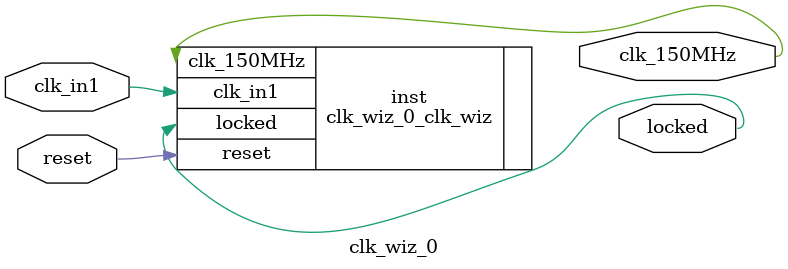
<source format=v>


`timescale 1ps/1ps

(* CORE_GENERATION_INFO = "clk_wiz_0,clk_wiz_v6_0_13_0_0,{component_name=clk_wiz_0,use_phase_alignment=true,use_min_o_jitter=false,use_max_i_jitter=false,use_dyn_phase_shift=false,use_inclk_switchover=false,use_dyn_reconfig=false,enable_axi=0,feedback_source=FDBK_AUTO,PRIMITIVE=PLL,num_out_clk=1,clkin1_period=10.000,clkin2_period=10.000,use_power_down=false,use_reset=true,use_locked=true,use_inclk_stopped=false,feedback_type=SINGLE,CLOCK_MGR_TYPE=NA,manual_override=false}" *)

module clk_wiz_0 
 (
  // Clock out ports
  output        clk_150MHz,
  // Status and control signals
  input         reset,
  output        locked,
 // Clock in ports
  input         clk_in1
 );

  clk_wiz_0_clk_wiz inst
  (
  // Clock out ports  
  .clk_150MHz(clk_150MHz),
  // Status and control signals               
  .reset(reset), 
  .locked(locked),
 // Clock in ports
  .clk_in1(clk_in1)
  );

endmodule

</source>
